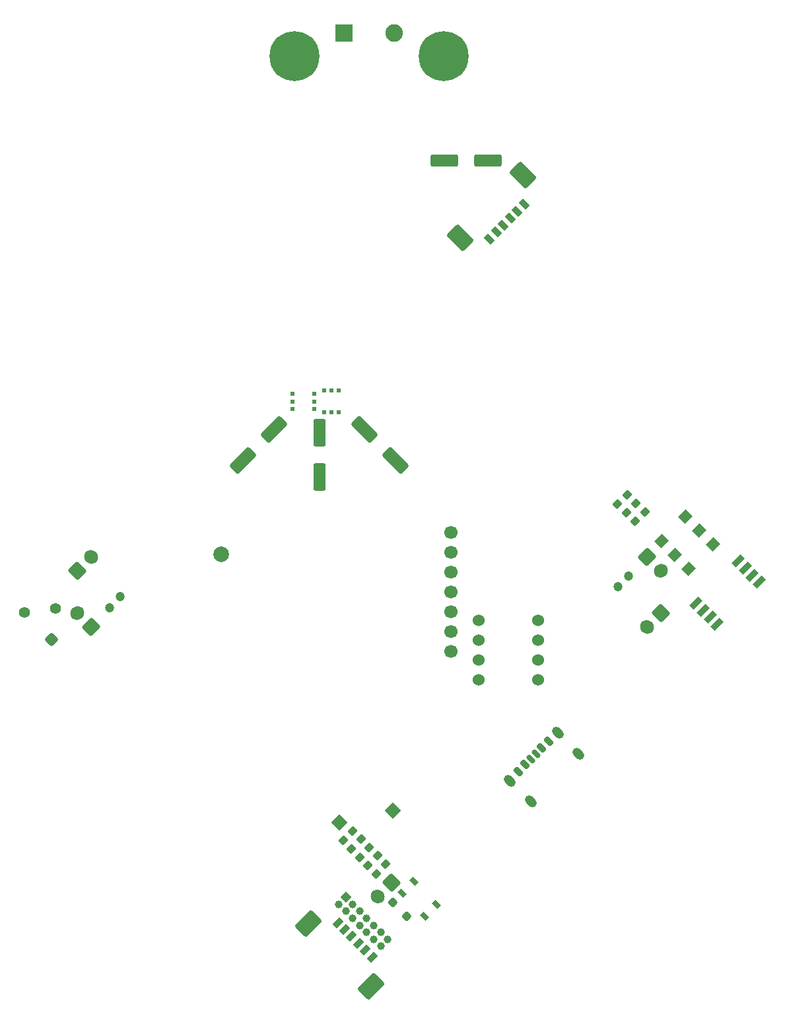
<source format=gbr>
%TF.GenerationSoftware,KiCad,Pcbnew,7.0.11*%
%TF.CreationDate,2025-06-24T23:15:39+09:00*%
%TF.ProjectId,Drive,44726976-652e-46b6-9963-61645f706362,rev?*%
%TF.SameCoordinates,Original*%
%TF.FileFunction,Soldermask,Top*%
%TF.FilePolarity,Negative*%
%FSLAX46Y46*%
G04 Gerber Fmt 4.6, Leading zero omitted, Abs format (unit mm)*
G04 Created by KiCad (PCBNEW 7.0.11) date 2025-06-24 23:15:39*
%MOMM*%
%LPD*%
G01*
G04 APERTURE LIST*
G04 Aperture macros list*
%AMRoundRect*
0 Rectangle with rounded corners*
0 $1 Rounding radius*
0 $2 $3 $4 $5 $6 $7 $8 $9 X,Y pos of 4 corners*
0 Add a 4 corners polygon primitive as box body*
4,1,4,$2,$3,$4,$5,$6,$7,$8,$9,$2,$3,0*
0 Add four circle primitives for the rounded corners*
1,1,$1+$1,$2,$3*
1,1,$1+$1,$4,$5*
1,1,$1+$1,$6,$7*
1,1,$1+$1,$8,$9*
0 Add four rect primitives between the rounded corners*
20,1,$1+$1,$2,$3,$4,$5,0*
20,1,$1+$1,$4,$5,$6,$7,0*
20,1,$1+$1,$6,$7,$8,$9,0*
20,1,$1+$1,$8,$9,$2,$3,0*%
%AMHorizOval*
0 Thick line with rounded ends*
0 $1 width*
0 $2 $3 position (X,Y) of the first rounded end (center of the circle)*
0 $4 $5 position (X,Y) of the second rounded end (center of the circle)*
0 Add line between two ends*
20,1,$1,$2,$3,$4,$5,0*
0 Add two circle primitives to create the rounded ends*
1,1,$1,$2,$3*
1,1,$1,$4,$5*%
%AMRotRect*
0 Rectangle, with rotation*
0 The origin of the aperture is its center*
0 $1 length*
0 $2 width*
0 $3 Rotation angle, in degrees counterclockwise*
0 Add horizontal line*
21,1,$1,$2,0,0,$3*%
G04 Aperture macros list end*
%ADD10R,0.620000X0.575000*%
%ADD11RoundRect,0.175000X0.176777X-0.424264X0.424264X-0.176777X-0.176777X0.424264X-0.424264X0.176777X0*%
%ADD12RoundRect,0.190000X-0.155563X0.424264X-0.424264X0.155563X0.155563X-0.424264X0.424264X-0.155563X0*%
%ADD13RoundRect,0.200000X-0.141421X0.424264X-0.424264X0.141421X0.141421X-0.424264X0.424264X-0.141421X0*%
%ADD14RoundRect,0.175000X-0.176777X0.424264X-0.424264X0.176777X0.176777X-0.424264X0.424264X-0.176777X0*%
%ADD15RoundRect,0.190000X0.155563X-0.424264X0.424264X-0.155563X-0.155563X0.424264X-0.424264X0.155563X0*%
%ADD16RoundRect,0.200000X0.141421X-0.424264X0.424264X-0.141421X-0.141421X0.424264X-0.424264X0.141421X0*%
%ADD17HorizOval,1.100000X-0.212132X0.212132X0.212132X-0.212132X0*%
%ADD18RoundRect,0.200000X-0.459619X-0.176777X-0.176777X-0.459619X0.459619X0.176777X0.176777X0.459619X0*%
%ADD19RoundRect,0.250001X-1.449567X-0.318198X-0.318198X-1.449567X1.449567X0.318198X0.318198X1.449567X0*%
%ADD20RoundRect,0.250000X0.671751X1.449569X-1.449569X-0.671751X-0.671751X-1.449569X1.449569X0.671751X0*%
%ADD21RoundRect,0.200000X-0.176777X0.459619X-0.459619X0.176777X0.176777X-0.459619X0.459619X-0.176777X0*%
%ADD22RoundRect,0.250001X-0.318198X1.449567X-1.449567X0.318198X0.318198X-1.449567X1.449567X-0.318198X0*%
%ADD23RoundRect,0.237500X-0.035355X-0.371231X0.371231X0.035355X0.035355X0.371231X-0.371231X-0.035355X0*%
%ADD24RoundRect,0.237500X0.035355X0.371231X-0.371231X-0.035355X-0.035355X-0.371231X0.371231X0.035355X0*%
%ADD25RotRect,1.200000X1.400000X315.000000*%
%ADD26C,1.524000*%
%ADD27C,0.800000*%
%ADD28C,6.400000*%
%ADD29RotRect,1.050000X0.650000X135.000000*%
%ADD30RoundRect,0.250000X-1.449569X0.671751X0.671751X-1.449569X1.449569X-0.671751X-0.671751X1.449569X0*%
%ADD31C,1.200000*%
%ADD32RoundRect,0.250000X-0.550000X1.500000X-0.550000X-1.500000X0.550000X-1.500000X0.550000X1.500000X0*%
%ADD33C,2.000000*%
%ADD34RoundRect,0.250000X1.500000X0.550000X-1.500000X0.550000X-1.500000X-0.550000X1.500000X-0.550000X0*%
%ADD35RotRect,1.600000X0.760000X45.000000*%
%ADD36RotRect,1.500000X1.500000X45.000000*%
%ADD37RoundRect,0.250000X0.353553X0.000000X0.000000X0.353553X-0.353553X0.000000X0.000000X-0.353553X0*%
%ADD38R,0.575000X0.620000*%
%ADD39RotRect,1.500000X1.500000X315.000000*%
%ADD40RoundRect,0.350000X0.000000X0.494975X-0.494975X0.000000X0.000000X-0.494975X0.494975X0.000000X0*%
%ADD41C,1.400000*%
%ADD42RoundRect,0.250000X-0.053033X0.901561X-0.901561X0.053033X0.053033X-0.901561X0.901561X-0.053033X0*%
%ADD43HorizOval,1.700000X-0.053033X0.053033X0.053033X-0.053033X0*%
%ADD44RoundRect,0.250000X0.053033X-0.901561X0.901561X-0.053033X-0.053033X0.901561X-0.901561X0.053033X0*%
%ADD45RoundRect,0.250000X0.901561X0.053033X0.053033X0.901561X-0.901561X-0.053033X-0.053033X-0.901561X0*%
%ADD46HorizOval,1.700000X0.053033X0.053033X-0.053033X-0.053033X0*%
%ADD47R,2.250000X2.250000*%
%ADD48C,2.250000*%
%ADD49RotRect,1.000000X1.000000X135.000000*%
%ADD50C,1.000000*%
%ADD51RoundRect,0.250000X-0.901561X-0.053033X-0.053033X-0.901561X0.901561X0.053033X0.053033X0.901561X0*%
%ADD52HorizOval,1.700000X-0.053033X-0.053033X0.053033X0.053033X0*%
%ADD53C,1.700000*%
G04 APERTURE END LIST*
D10*
%TO.C,Q9*%
X123149999Y-88212000D03*
X122199999Y-88212000D03*
X121249999Y-88212000D03*
X121249999Y-90988000D03*
X122199999Y-90988000D03*
X123149999Y-90988000D03*
%TD*%
D11*
%TO.C,J7*%
X147718558Y-135425665D03*
D12*
X149146913Y-133997309D03*
D13*
X150016655Y-133127567D03*
D14*
X148425665Y-134718558D03*
D15*
X146997309Y-136146913D03*
D16*
X146127567Y-137016655D03*
D17*
X145073978Y-138183381D03*
X147760984Y-140870387D03*
X151183381Y-132073978D03*
X153870387Y-134760984D03*
%TD*%
D18*
%TO.C,J11*%
X122989466Y-156389466D03*
X123873349Y-157273349D03*
X124757233Y-158157233D03*
X125641116Y-159041116D03*
X126525000Y-159925000D03*
X127408883Y-160808883D03*
D19*
X119241800Y-156530887D03*
X127267462Y-164556549D03*
%TD*%
D20*
%TO.C,C38*%
X114829899Y-93160101D03*
X110870101Y-97119899D03*
%TD*%
D21*
%TO.C,J10*%
X146863592Y-64344175D03*
X145979709Y-65228058D03*
X145095825Y-66111942D03*
X144211942Y-66995825D03*
X143328058Y-67879709D03*
X142444175Y-68763592D03*
D22*
X146722171Y-60596509D03*
X138696509Y-68622171D03*
%TD*%
D23*
%TO.C,D12*%
X123664086Y-145885915D03*
X124901522Y-144648479D03*
%TD*%
D24*
%TO.C,D8*%
X161240000Y-102630000D03*
X160002564Y-103867436D03*
%TD*%
D25*
%TO.C,SW4*%
X167587868Y-104376598D03*
X164476598Y-107487868D03*
X169355635Y-106144365D03*
X166244365Y-109255635D03*
X171123402Y-107912132D03*
X168012132Y-111023402D03*
%TD*%
D24*
%TO.C,D7*%
X162368718Y-103731282D03*
X161131282Y-104968718D03*
%TD*%
D26*
%TO.C,U7*%
X141090000Y-120230000D03*
X148710000Y-120230000D03*
X141090000Y-117690000D03*
X148710000Y-125310000D03*
X148710000Y-122770000D03*
X141090000Y-125310000D03*
X141090000Y-122770000D03*
X148710000Y-117690000D03*
%TD*%
D27*
%TO.C,H1*%
X115050000Y-45340000D03*
X115752944Y-43642944D03*
X115752944Y-47037056D03*
X117450000Y-42940000D03*
D28*
X117450000Y-45340000D03*
D27*
X117450000Y-47740000D03*
X119147056Y-43642944D03*
X119147056Y-47037056D03*
X119850000Y-45340000D03*
%TD*%
D29*
%TO.C,SW1*%
X134137107Y-155547386D03*
X131202614Y-152612893D03*
X135657386Y-154027107D03*
X132740571Y-151110291D03*
%TD*%
D30*
%TO.C,C22*%
X126440101Y-93210101D03*
X130399899Y-97169899D03*
%TD*%
D31*
%TO.C,C32*%
X158892042Y-113364466D03*
X160306256Y-111950253D03*
%TD*%
D24*
%TO.C,D9*%
X160118718Y-101531282D03*
X158881282Y-102768718D03*
%TD*%
D23*
%TO.C,D14*%
X125785406Y-148007237D03*
X127022842Y-146769801D03*
%TD*%
%TO.C,D13*%
X124724748Y-146946576D03*
X125962184Y-145709140D03*
%TD*%
%TO.C,D10*%
X126846068Y-149067897D03*
X128083504Y-147830461D03*
%TD*%
D32*
%TO.C,C23*%
X120630000Y-93640000D03*
X120630000Y-99240000D03*
%TD*%
D33*
%TO.C,TP3*%
X108030000Y-109170000D03*
%TD*%
D34*
%TO.C,C37*%
X142270000Y-58760000D03*
X136670000Y-58760000D03*
%TD*%
D35*
%TO.C,SW3*%
X168958885Y-115447038D03*
X169856910Y-116345064D03*
X170754936Y-117243090D03*
X171652962Y-118141115D03*
X177041115Y-112752962D03*
X176143090Y-111854936D03*
X175245064Y-110956910D03*
X174347038Y-110058885D03*
%TD*%
D27*
%TO.C,H2*%
X134135000Y-45337000D03*
X134837944Y-43639944D03*
X134837944Y-47034056D03*
X136535000Y-42937000D03*
D28*
X136535000Y-45337000D03*
D27*
X136535000Y-47737000D03*
X138232056Y-43639944D03*
X138232056Y-47034056D03*
X138935000Y-45337000D03*
%TD*%
D36*
%TO.C,H4*%
X130060000Y-142020000D03*
%TD*%
D37*
%TO.C,D1*%
X131793883Y-155573883D03*
X130026117Y-153806117D03*
%TD*%
D38*
%TO.C,Q7*%
X117212000Y-88650000D03*
X117212000Y-89600000D03*
X117212000Y-90550000D03*
X119988000Y-90550000D03*
X119988000Y-89600000D03*
X119988000Y-88650000D03*
%TD*%
D39*
%TO.C,H3*%
X123180000Y-143530000D03*
%TD*%
D23*
%TO.C,D11*%
X127906729Y-150128559D03*
X129144165Y-148891123D03*
%TD*%
D40*
%TO.C,SW2*%
X86311396Y-120141902D03*
D41*
X86806371Y-116111393D03*
X82775862Y-116606368D03*
%TD*%
D31*
%TO.C,C33*%
X95107959Y-114635534D03*
X93693745Y-116049747D03*
%TD*%
D42*
%TO.C,J2*%
X164437000Y-116720000D03*
D43*
X162669233Y-118487767D03*
%TD*%
D44*
%TO.C,J3*%
X89560000Y-111280000D03*
D43*
X91327767Y-109512233D03*
%TD*%
D45*
%TO.C,J4*%
X91327717Y-118490051D03*
D46*
X89559950Y-116722284D03*
%TD*%
D47*
%TO.C,SW5*%
X123750000Y-42400000D03*
D48*
X130250000Y-42400000D03*
%TD*%
D49*
%TO.C,J1*%
X124009872Y-153138821D03*
D50*
X123111847Y-154036847D03*
X124907898Y-154036847D03*
X124009872Y-154934872D03*
X125805923Y-154934872D03*
X124907898Y-155832898D03*
X126703949Y-155832898D03*
X125805923Y-156730924D03*
X127601975Y-156730924D03*
X126703949Y-157628949D03*
X128500000Y-157628949D03*
X127601975Y-158526975D03*
X129398026Y-158526975D03*
X128500000Y-159425000D03*
%TD*%
D42*
%TO.C,J6*%
X129910051Y-151242284D03*
D43*
X128142284Y-153010051D03*
%TD*%
D51*
%TO.C,J5*%
X162674000Y-109510000D03*
D52*
X164441767Y-111277767D03*
%TD*%
D53*
%TO.C,U10*%
X137500000Y-106380000D03*
X137500000Y-108920000D03*
X137500000Y-111460000D03*
X137500000Y-114000000D03*
X137500000Y-116540000D03*
X137500000Y-119080000D03*
X137500000Y-121620000D03*
%TD*%
M02*

</source>
